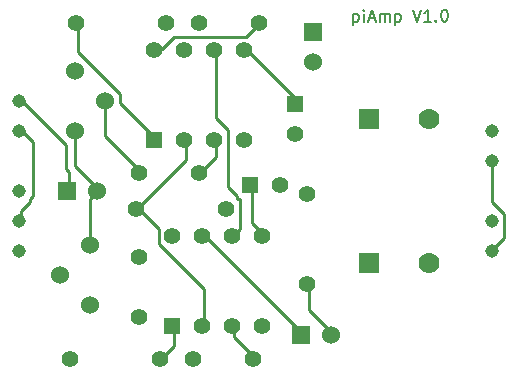
<source format=gtl>
G04 (created by PCBNEW (2013-may-18)-stable) date Wed 23 Dec 2015 08:07:30 PM EST*
%MOIN*%
G04 Gerber Fmt 3.4, Leading zero omitted, Abs format*
%FSLAX34Y34*%
G01*
G70*
G90*
G04 APERTURE LIST*
%ADD10C,0.00590551*%
%ADD11C,0.00726378*%
%ADD12C,0.055*%
%ADD13R,0.055X0.055*%
%ADD14R,0.07X0.07*%
%ADD15C,0.07*%
%ADD16R,0.06X0.06*%
%ADD17C,0.06*%
%ADD18C,0.045*%
%ADD19C,0.01*%
G04 APERTURE END LIST*
G54D10*
G54D11*
X55892Y-35035D02*
X55892Y-35425D01*
X55892Y-35053D02*
X55930Y-35035D01*
X56004Y-35035D01*
X56041Y-35053D01*
X56060Y-35072D01*
X56078Y-35109D01*
X56078Y-35221D01*
X56060Y-35258D01*
X56041Y-35276D01*
X56004Y-35295D01*
X55930Y-35295D01*
X55892Y-35276D01*
X56246Y-35295D02*
X56246Y-35035D01*
X56246Y-34905D02*
X56227Y-34923D01*
X56246Y-34942D01*
X56264Y-34923D01*
X56246Y-34905D01*
X56246Y-34942D01*
X56413Y-35183D02*
X56599Y-35183D01*
X56376Y-35295D02*
X56506Y-34905D01*
X56636Y-35295D01*
X56767Y-35295D02*
X56767Y-35035D01*
X56767Y-35072D02*
X56785Y-35053D01*
X56822Y-35035D01*
X56878Y-35035D01*
X56915Y-35053D01*
X56934Y-35091D01*
X56934Y-35295D01*
X56934Y-35091D02*
X56953Y-35053D01*
X56990Y-35035D01*
X57046Y-35035D01*
X57083Y-35053D01*
X57101Y-35091D01*
X57101Y-35295D01*
X57287Y-35035D02*
X57287Y-35425D01*
X57287Y-35053D02*
X57325Y-35035D01*
X57399Y-35035D01*
X57436Y-35053D01*
X57455Y-35072D01*
X57473Y-35109D01*
X57473Y-35221D01*
X57455Y-35258D01*
X57436Y-35276D01*
X57399Y-35295D01*
X57325Y-35295D01*
X57287Y-35276D01*
X57882Y-34905D02*
X58013Y-35295D01*
X58143Y-34905D01*
X58478Y-35295D02*
X58254Y-35295D01*
X58366Y-35295D02*
X58366Y-34905D01*
X58329Y-34960D01*
X58292Y-34998D01*
X58254Y-35016D01*
X58645Y-35258D02*
X58664Y-35276D01*
X58645Y-35295D01*
X58626Y-35276D01*
X58645Y-35258D01*
X58645Y-35295D01*
X58905Y-34905D02*
X58943Y-34905D01*
X58980Y-34923D01*
X58998Y-34942D01*
X59017Y-34979D01*
X59035Y-35053D01*
X59035Y-35146D01*
X59017Y-35221D01*
X58998Y-35258D01*
X58980Y-35276D01*
X58943Y-35295D01*
X58905Y-35295D01*
X58868Y-35276D01*
X58850Y-35258D01*
X58831Y-35221D01*
X58812Y-35146D01*
X58812Y-35053D01*
X58831Y-34979D01*
X58850Y-34942D01*
X58868Y-34923D01*
X58905Y-34905D01*
G54D12*
X51650Y-41537D03*
X48650Y-41537D03*
X46650Y-35337D03*
X49650Y-35337D03*
X49450Y-46537D03*
X46450Y-46537D03*
X54350Y-41037D03*
X54350Y-44037D03*
X48750Y-43137D03*
X48750Y-45137D03*
X52750Y-35337D03*
X50750Y-35337D03*
G54D13*
X49250Y-39237D03*
G54D12*
X50250Y-39237D03*
X51250Y-39237D03*
X52250Y-39237D03*
X52250Y-36237D03*
X51250Y-36237D03*
X50250Y-36237D03*
X49250Y-36237D03*
G54D13*
X49850Y-45437D03*
G54D12*
X50850Y-45437D03*
X51850Y-45437D03*
X52850Y-45437D03*
X52850Y-42437D03*
X51850Y-42437D03*
X50850Y-42437D03*
X49850Y-42437D03*
G54D14*
X56400Y-43337D03*
G54D15*
X58400Y-43337D03*
G54D14*
X56400Y-38537D03*
G54D15*
X58400Y-38537D03*
G54D16*
X46350Y-40937D03*
G54D17*
X47350Y-40937D03*
X46600Y-36937D03*
X47600Y-37937D03*
X46600Y-38937D03*
X47100Y-44737D03*
X46100Y-43737D03*
X47100Y-42737D03*
G54D12*
X48750Y-40337D03*
X50750Y-40337D03*
X50550Y-46537D03*
X52550Y-46537D03*
G54D13*
X52450Y-40737D03*
G54D12*
X53450Y-40737D03*
G54D13*
X53950Y-38037D03*
G54D12*
X53950Y-39037D03*
G54D16*
X54150Y-45737D03*
G54D17*
X55150Y-45737D03*
G54D16*
X54550Y-35637D03*
G54D17*
X54550Y-36637D03*
G54D18*
X60500Y-38937D03*
X44750Y-40937D03*
X44750Y-42937D03*
X60500Y-41937D03*
X60500Y-42937D03*
X44750Y-37937D03*
X44750Y-41937D03*
X60500Y-39937D03*
X44750Y-38937D03*
G54D19*
X44750Y-37937D02*
X44800Y-37900D01*
X44800Y-37900D02*
X46300Y-39400D01*
X46300Y-39400D02*
X46300Y-40200D01*
X46300Y-40200D02*
X46400Y-40300D01*
X46400Y-40300D02*
X46400Y-40900D01*
X46400Y-40900D02*
X46350Y-40937D01*
X51850Y-42437D02*
X51900Y-42400D01*
X51900Y-42400D02*
X52100Y-42200D01*
X52100Y-42200D02*
X52100Y-41200D01*
X52100Y-41200D02*
X52000Y-41200D01*
X52000Y-41200D02*
X52000Y-41100D01*
X52000Y-41100D02*
X51700Y-40800D01*
X51700Y-40800D02*
X51700Y-38900D01*
X51700Y-38900D02*
X51300Y-38500D01*
X51300Y-38500D02*
X51300Y-36200D01*
X51300Y-36200D02*
X51250Y-36237D01*
X48650Y-41537D02*
X48700Y-41500D01*
X48700Y-41500D02*
X49400Y-42200D01*
X49400Y-42200D02*
X49400Y-42700D01*
X49400Y-42700D02*
X50900Y-44200D01*
X50900Y-44200D02*
X50900Y-45400D01*
X50900Y-45400D02*
X50850Y-45437D01*
X48650Y-41537D02*
X48700Y-41500D01*
X48700Y-41500D02*
X50300Y-39900D01*
X50300Y-39900D02*
X50300Y-39200D01*
X50300Y-39200D02*
X50250Y-39237D01*
X47350Y-40937D02*
X47400Y-40900D01*
X47400Y-40900D02*
X46600Y-40100D01*
X46600Y-40100D02*
X46600Y-38937D01*
X55150Y-45737D02*
X55200Y-45700D01*
X55200Y-45700D02*
X54400Y-44900D01*
X54400Y-44900D02*
X54400Y-44000D01*
X54400Y-44000D02*
X54350Y-44037D01*
X60500Y-42937D02*
X60500Y-42900D01*
X60500Y-42900D02*
X60900Y-42500D01*
X60900Y-42500D02*
X60900Y-41700D01*
X60900Y-41700D02*
X60500Y-41300D01*
X60500Y-41300D02*
X60500Y-39937D01*
X44750Y-38937D02*
X44800Y-38900D01*
X44800Y-38900D02*
X45200Y-39300D01*
X45200Y-39300D02*
X45200Y-41100D01*
X45200Y-41100D02*
X45100Y-41200D01*
X45100Y-41200D02*
X45100Y-41300D01*
X45100Y-41300D02*
X44800Y-41600D01*
X44800Y-41600D02*
X44800Y-41900D01*
X44800Y-41900D02*
X44750Y-41937D01*
X47350Y-40937D02*
X47400Y-40900D01*
X47400Y-40900D02*
X47100Y-41200D01*
X47100Y-41200D02*
X47100Y-42737D01*
X48750Y-40337D02*
X48800Y-40300D01*
X48800Y-40300D02*
X47600Y-39100D01*
X47600Y-39100D02*
X47600Y-37937D01*
X49250Y-39237D02*
X49300Y-39200D01*
X49300Y-39200D02*
X48100Y-38000D01*
X48100Y-38000D02*
X48100Y-37700D01*
X48100Y-37700D02*
X46700Y-36300D01*
X46700Y-36300D02*
X46700Y-35300D01*
X46700Y-35300D02*
X46650Y-35337D01*
X49250Y-36237D02*
X49300Y-36200D01*
X49300Y-36200D02*
X49500Y-36200D01*
X49500Y-36200D02*
X49900Y-35800D01*
X49900Y-35800D02*
X52300Y-35800D01*
X52300Y-35800D02*
X52800Y-35300D01*
X52800Y-35300D02*
X52750Y-35337D01*
X52850Y-42437D02*
X52900Y-42400D01*
X52900Y-42400D02*
X52500Y-42000D01*
X52500Y-42000D02*
X52500Y-40700D01*
X52500Y-40700D02*
X52450Y-40737D01*
X52250Y-36237D02*
X52300Y-36200D01*
X52300Y-36200D02*
X54000Y-37900D01*
X54000Y-37900D02*
X54000Y-38000D01*
X54000Y-38000D02*
X53950Y-38037D01*
X49450Y-46537D02*
X49500Y-46500D01*
X49500Y-46500D02*
X49900Y-46100D01*
X49900Y-46100D02*
X49900Y-45400D01*
X49900Y-45400D02*
X49850Y-45437D01*
X50750Y-40337D02*
X50800Y-40300D01*
X50800Y-40300D02*
X51300Y-39800D01*
X51300Y-39800D02*
X51300Y-39200D01*
X51300Y-39200D02*
X51250Y-39237D01*
X52550Y-46537D02*
X52600Y-46500D01*
X52600Y-46500D02*
X51900Y-45800D01*
X51900Y-45800D02*
X51900Y-45400D01*
X51900Y-45400D02*
X51850Y-45437D01*
X54150Y-45737D02*
X54200Y-45700D01*
X54200Y-45700D02*
X50900Y-42400D01*
X50900Y-42400D02*
X50850Y-42437D01*
M02*

</source>
